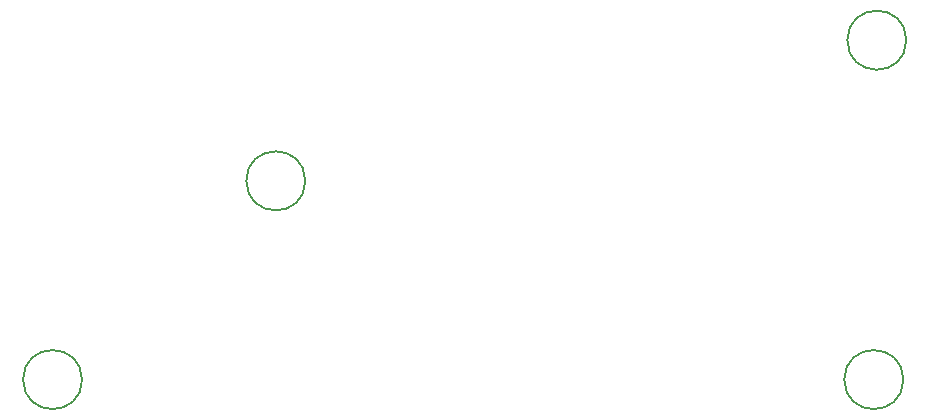
<source format=gbr>
%TF.GenerationSoftware,KiCad,Pcbnew,(6.0.9)*%
%TF.CreationDate,2023-01-27T21:22:42-09:00*%
%TF.ProjectId,RWR CONTROL PANEL,52575220-434f-44e5-9452-4f4c2050414e,-*%
%TF.SameCoordinates,Original*%
%TF.FileFunction,Other,Comment*%
%FSLAX46Y46*%
G04 Gerber Fmt 4.6, Leading zero omitted, Abs format (unit mm)*
G04 Created by KiCad (PCBNEW (6.0.9)) date 2023-01-27 21:22:42*
%MOMM*%
%LPD*%
G01*
G04 APERTURE LIST*
%ADD10C,0.150000*%
G04 APERTURE END LIST*
D10*
%TO.C,H4*%
X120049881Y-10231585D02*
G75*
G03*
X120049881Y-10231585I-2500000J0D01*
G01*
%TO.C,H3*%
X50263382Y-38965334D02*
G75*
G03*
X50263382Y-38965334I-2500000J0D01*
G01*
%TO.C,H2*%
X119795880Y-38965334D02*
G75*
G03*
X119795880Y-38965334I-2500000J0D01*
G01*
%TO.C,H1*%
X69163382Y-22137835D02*
G75*
G03*
X69163382Y-22137835I-2500000J0D01*
G01*
%TD*%
M02*

</source>
